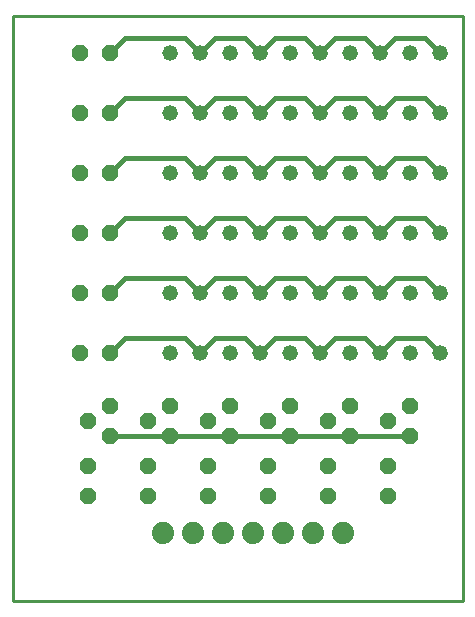
<source format=gtl>
G75*
G70*
%OFA0B0*%
%FSLAX24Y24*%
%IPPOS*%
%LPD*%
%AMOC8*
5,1,8,0,0,1.08239X$1,22.5*
%
%ADD10C,0.0100*%
%ADD11C,0.0520*%
%ADD12C,0.0740*%
%ADD13OC8,0.0520*%
%ADD14C,0.0160*%
D10*
X000151Y000151D02*
X000151Y019647D01*
X015146Y019647D01*
X015146Y000151D01*
X000151Y000151D01*
D11*
X005401Y008401D03*
X006401Y008401D03*
X007401Y008401D03*
X008401Y008401D03*
X009401Y008401D03*
X010401Y008401D03*
X011401Y008401D03*
X012401Y008401D03*
X013401Y008401D03*
X014401Y008401D03*
X014401Y010401D03*
X013401Y010401D03*
X012401Y010401D03*
X011401Y010401D03*
X010401Y010401D03*
X009401Y010401D03*
X008401Y010401D03*
X007401Y010401D03*
X006401Y010401D03*
X005401Y010401D03*
X005401Y012401D03*
X006401Y012401D03*
X007401Y012401D03*
X008401Y012401D03*
X009401Y012401D03*
X010401Y012401D03*
X011401Y012401D03*
X012401Y012401D03*
X013401Y012401D03*
X014401Y012401D03*
X014401Y014401D03*
X013401Y014401D03*
X012401Y014401D03*
X011401Y014401D03*
X010401Y014401D03*
X009401Y014401D03*
X008401Y014401D03*
X007401Y014401D03*
X006401Y014401D03*
X005401Y014401D03*
X005401Y016401D03*
X006401Y016401D03*
X007401Y016401D03*
X008401Y016401D03*
X009401Y016401D03*
X010401Y016401D03*
X011401Y016401D03*
X012401Y016401D03*
X013401Y016401D03*
X014401Y016401D03*
X014401Y018401D03*
X013401Y018401D03*
X012401Y018401D03*
X011401Y018401D03*
X010401Y018401D03*
X009401Y018401D03*
X008401Y018401D03*
X007401Y018401D03*
X006401Y018401D03*
X005401Y018401D03*
D12*
X005151Y002401D03*
X006151Y002401D03*
X007151Y002401D03*
X008151Y002401D03*
X009151Y002401D03*
X010151Y002401D03*
X011151Y002401D03*
D13*
X010651Y003651D03*
X010651Y004651D03*
X011401Y005651D03*
X010651Y006151D03*
X011401Y006651D03*
X012651Y006151D03*
X013401Y005651D03*
X013401Y006651D03*
X012651Y004651D03*
X012651Y003651D03*
X009401Y005651D03*
X008651Y006151D03*
X009401Y006651D03*
X008651Y004651D03*
X008651Y003651D03*
X007401Y005651D03*
X006651Y006151D03*
X007401Y006651D03*
X006651Y004651D03*
X006651Y003651D03*
X005401Y005651D03*
X004651Y006151D03*
X005401Y006651D03*
X004651Y004651D03*
X004651Y003651D03*
X003401Y005651D03*
X002651Y006151D03*
X003401Y006651D03*
X003401Y008401D03*
X002401Y008401D03*
X002401Y010401D03*
X003401Y010401D03*
X003401Y012401D03*
X002401Y012401D03*
X002401Y014401D03*
X003401Y014401D03*
X003401Y016401D03*
X002401Y016401D03*
X002401Y018401D03*
X003401Y018401D03*
X002651Y004651D03*
X002651Y003651D03*
D14*
X003401Y005651D02*
X005401Y005651D01*
X007401Y005651D01*
X009401Y005651D01*
X011401Y005651D01*
X013401Y005651D01*
X012401Y008401D02*
X011901Y008901D01*
X010901Y008901D01*
X010401Y008401D01*
X009901Y008901D01*
X008901Y008901D01*
X008401Y008401D01*
X007901Y008901D01*
X006901Y008901D01*
X006401Y008401D01*
X005901Y008901D01*
X003901Y008901D01*
X003401Y008401D01*
X003401Y010401D02*
X003901Y010901D01*
X005901Y010901D01*
X006401Y010401D01*
X006901Y010901D01*
X007901Y010901D01*
X008401Y010401D01*
X008901Y010901D01*
X009901Y010901D01*
X010401Y010401D01*
X010901Y010901D01*
X011901Y010901D01*
X012401Y010401D01*
X012901Y010901D01*
X013901Y010901D01*
X014401Y010401D01*
X013901Y008901D02*
X012901Y008901D01*
X012401Y008401D01*
X013901Y008901D02*
X014401Y008401D01*
X014401Y012401D02*
X013901Y012901D01*
X012901Y012901D01*
X012401Y012401D01*
X011901Y012901D01*
X010901Y012901D01*
X010401Y012401D01*
X009901Y012901D01*
X008901Y012901D01*
X008401Y012401D01*
X007901Y012901D01*
X006901Y012901D01*
X006401Y012401D01*
X005901Y012901D01*
X003901Y012901D01*
X003401Y012401D01*
X003401Y014401D02*
X003901Y014901D01*
X005901Y014901D01*
X006401Y014401D01*
X006901Y014901D01*
X007901Y014901D01*
X008401Y014401D01*
X008901Y014901D01*
X009901Y014901D01*
X010401Y014401D01*
X010901Y014901D01*
X011901Y014901D01*
X012401Y014401D01*
X012901Y014901D01*
X013901Y014901D01*
X014401Y014401D01*
X014401Y016401D02*
X013901Y016901D01*
X012901Y016901D01*
X012401Y016401D01*
X011901Y016901D01*
X010901Y016901D01*
X010401Y016401D01*
X009901Y016901D01*
X008901Y016901D01*
X008401Y016401D01*
X007901Y016901D01*
X006901Y016901D01*
X006401Y016401D01*
X005901Y016901D01*
X003901Y016901D01*
X003401Y016401D01*
X003401Y018401D02*
X003901Y018901D01*
X005901Y018901D01*
X006401Y018401D01*
X006901Y018901D01*
X007901Y018901D01*
X008401Y018401D01*
X008901Y018901D01*
X009901Y018901D01*
X010401Y018401D01*
X010901Y018901D01*
X011901Y018901D01*
X012401Y018401D01*
X012901Y018901D01*
X013901Y018901D01*
X014401Y018401D01*
M02*

</source>
